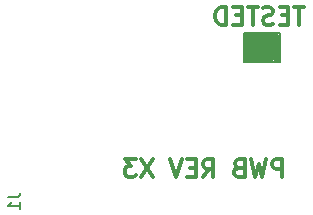
<source format=gbo>
G04 #@! TF.FileFunction,Legend,Bot*
%FSLAX46Y46*%
G04 Gerber Fmt 4.6, Leading zero omitted, Abs format (unit mm)*
G04 Created by KiCad (PCBNEW (after 2015-mar-04 BZR unknown)-product) date 10/20/2015 4:53:56 PM*
%MOMM*%
G01*
G04 APERTURE LIST*
%ADD10C,0.150000*%
%ADD11C,0.300000*%
%ADD12C,0.200000*%
G04 APERTURE END LIST*
D10*
D11*
X170269428Y-80306571D02*
X169412285Y-80306571D01*
X169840856Y-81806571D02*
X169840856Y-80306571D01*
X168912285Y-81020857D02*
X168412285Y-81020857D01*
X168197999Y-81806571D02*
X168912285Y-81806571D01*
X168912285Y-80306571D01*
X168197999Y-80306571D01*
X167626571Y-81735143D02*
X167412285Y-81806571D01*
X167055142Y-81806571D01*
X166912285Y-81735143D01*
X166840856Y-81663714D01*
X166769428Y-81520857D01*
X166769428Y-81378000D01*
X166840856Y-81235143D01*
X166912285Y-81163714D01*
X167055142Y-81092286D01*
X167340856Y-81020857D01*
X167483714Y-80949429D01*
X167555142Y-80878000D01*
X167626571Y-80735143D01*
X167626571Y-80592286D01*
X167555142Y-80449429D01*
X167483714Y-80378000D01*
X167340856Y-80306571D01*
X166983714Y-80306571D01*
X166769428Y-80378000D01*
X166340857Y-80306571D02*
X165483714Y-80306571D01*
X165912285Y-81806571D02*
X165912285Y-80306571D01*
X164983714Y-81020857D02*
X164483714Y-81020857D01*
X164269428Y-81806571D02*
X164983714Y-81806571D01*
X164983714Y-80306571D01*
X164269428Y-80306571D01*
X163626571Y-81806571D02*
X163626571Y-80306571D01*
X163269428Y-80306571D01*
X163055143Y-80378000D01*
X162912285Y-80520857D01*
X162840857Y-80663714D01*
X162769428Y-80949429D01*
X162769428Y-81163714D01*
X162840857Y-81449429D01*
X162912285Y-81592286D01*
X163055143Y-81735143D01*
X163269428Y-81806571D01*
X163626571Y-81806571D01*
D12*
X168099000Y-82652000D02*
X167972000Y-82779000D01*
X168099000Y-84811000D02*
X168099000Y-82652000D01*
X167972000Y-84811000D02*
X168099000Y-84811000D01*
X167972000Y-82525000D02*
X167972000Y-84811000D01*
X167718000Y-82525000D02*
X167972000Y-82525000D01*
X167718000Y-84684000D02*
X167718000Y-82525000D01*
X167845000Y-84811000D02*
X167718000Y-84684000D01*
X167845000Y-82525000D02*
X167845000Y-84811000D01*
X167591000Y-82525000D02*
X167845000Y-82525000D01*
X167591000Y-84811000D02*
X167591000Y-82525000D01*
X167464000Y-84938000D02*
X167591000Y-84811000D01*
X167464000Y-82652000D02*
X167464000Y-84938000D01*
X167337000Y-82525000D02*
X167464000Y-82652000D01*
X167337000Y-84811000D02*
X167337000Y-82525000D01*
X167210000Y-84811000D02*
X167337000Y-84811000D01*
X167210000Y-82525000D02*
X167210000Y-84811000D01*
X167083000Y-82525000D02*
X167210000Y-82525000D01*
X167083000Y-84811000D02*
X167083000Y-82525000D01*
X166956000Y-84811000D02*
X167083000Y-84811000D01*
X166956000Y-82525000D02*
X166956000Y-84811000D01*
X166829000Y-82525000D02*
X166956000Y-82525000D01*
X167083000Y-82525000D02*
X166829000Y-82525000D01*
X166829000Y-82525000D02*
X167083000Y-82525000D01*
X166829000Y-84811000D02*
X166829000Y-82525000D01*
X166702000Y-84811000D02*
X166829000Y-84811000D01*
X166702000Y-82525000D02*
X166702000Y-84811000D01*
X166575000Y-82525000D02*
X166702000Y-82525000D01*
X166575000Y-84811000D02*
X166575000Y-82525000D01*
X166448000Y-84938000D02*
X166575000Y-84811000D01*
X166448000Y-82525000D02*
X166448000Y-84938000D01*
X166321000Y-82525000D02*
X166448000Y-82525000D01*
X166321000Y-84811000D02*
X166321000Y-82525000D01*
X166194000Y-84811000D02*
X166321000Y-84811000D01*
X166194000Y-82525000D02*
X166194000Y-84811000D01*
X166067000Y-82525000D02*
X166194000Y-82525000D01*
X166067000Y-84938000D02*
X166067000Y-82525000D01*
X166067000Y-82525000D02*
X166067000Y-84938000D01*
X165940000Y-82525000D02*
X166067000Y-82525000D01*
X165940000Y-84811000D02*
X165940000Y-82525000D01*
X166067000Y-84811000D02*
X165940000Y-84811000D01*
X165813000Y-84811000D02*
X166067000Y-84811000D01*
X165813000Y-82525000D02*
X165813000Y-84811000D01*
X165686000Y-82525000D02*
X165813000Y-82525000D01*
X165686000Y-84938000D02*
X165686000Y-82525000D01*
X165559000Y-84811000D02*
X165686000Y-84938000D01*
X165559000Y-82525000D02*
X165559000Y-84811000D01*
X165432000Y-82525000D02*
X165559000Y-82525000D01*
X165432000Y-84811000D02*
X165432000Y-82525000D01*
X165305000Y-84938000D02*
X165432000Y-84811000D01*
X165305000Y-82525000D02*
X165305000Y-84938000D01*
X165178000Y-82525000D02*
X165305000Y-82525000D01*
X165178000Y-84938000D02*
X165178000Y-82525000D01*
X165432000Y-84938000D02*
X165178000Y-84938000D01*
X165178000Y-84938000D02*
X165432000Y-84938000D01*
X165178000Y-84684000D02*
X165178000Y-84938000D01*
X165432000Y-84938000D02*
X165178000Y-84684000D01*
X168226000Y-84938000D02*
X165432000Y-84938000D01*
X168226000Y-82525000D02*
X168226000Y-84938000D01*
X165178000Y-82525000D02*
X168226000Y-82525000D01*
D11*
X168442856Y-94698571D02*
X168442856Y-93198571D01*
X167871428Y-93198571D01*
X167728570Y-93270000D01*
X167657142Y-93341429D01*
X167585713Y-93484286D01*
X167585713Y-93698571D01*
X167657142Y-93841429D01*
X167728570Y-93912857D01*
X167871428Y-93984286D01*
X168442856Y-93984286D01*
X167085713Y-93198571D02*
X166728570Y-94698571D01*
X166442856Y-93627143D01*
X166157142Y-94698571D01*
X165799999Y-93198571D01*
X164728570Y-93912857D02*
X164514284Y-93984286D01*
X164442856Y-94055714D01*
X164371427Y-94198571D01*
X164371427Y-94412857D01*
X164442856Y-94555714D01*
X164514284Y-94627143D01*
X164657142Y-94698571D01*
X165228570Y-94698571D01*
X165228570Y-93198571D01*
X164728570Y-93198571D01*
X164585713Y-93270000D01*
X164514284Y-93341429D01*
X164442856Y-93484286D01*
X164442856Y-93627143D01*
X164514284Y-93770000D01*
X164585713Y-93841429D01*
X164728570Y-93912857D01*
X165228570Y-93912857D01*
X161728570Y-94698571D02*
X162228570Y-93984286D01*
X162585713Y-94698571D02*
X162585713Y-93198571D01*
X162014285Y-93198571D01*
X161871427Y-93270000D01*
X161799999Y-93341429D01*
X161728570Y-93484286D01*
X161728570Y-93698571D01*
X161799999Y-93841429D01*
X161871427Y-93912857D01*
X162014285Y-93984286D01*
X162585713Y-93984286D01*
X161085713Y-93912857D02*
X160585713Y-93912857D01*
X160371427Y-94698571D02*
X161085713Y-94698571D01*
X161085713Y-93198571D01*
X160371427Y-93198571D01*
X159942856Y-93198571D02*
X159442856Y-94698571D01*
X158942856Y-93198571D01*
X157442856Y-93198571D02*
X156442856Y-94698571D01*
X156442856Y-93198571D02*
X157442856Y-94698571D01*
X156014285Y-93198571D02*
X155085714Y-93198571D01*
X155585714Y-93770000D01*
X155371428Y-93770000D01*
X155228571Y-93841429D01*
X155157142Y-93912857D01*
X155085714Y-94055714D01*
X155085714Y-94412857D01*
X155157142Y-94555714D01*
X155228571Y-94627143D01*
X155371428Y-94698571D01*
X155800000Y-94698571D01*
X155942857Y-94627143D01*
X156014285Y-94555714D01*
D10*
X145232381Y-96406667D02*
X145946667Y-96406667D01*
X146089524Y-96359047D01*
X146184762Y-96263809D01*
X146232381Y-96120952D01*
X146232381Y-96025714D01*
X146232381Y-97406667D02*
X146232381Y-96835238D01*
X146232381Y-97120952D02*
X145232381Y-97120952D01*
X145375238Y-97025714D01*
X145470476Y-96930476D01*
X145518095Y-96835238D01*
M02*

</source>
